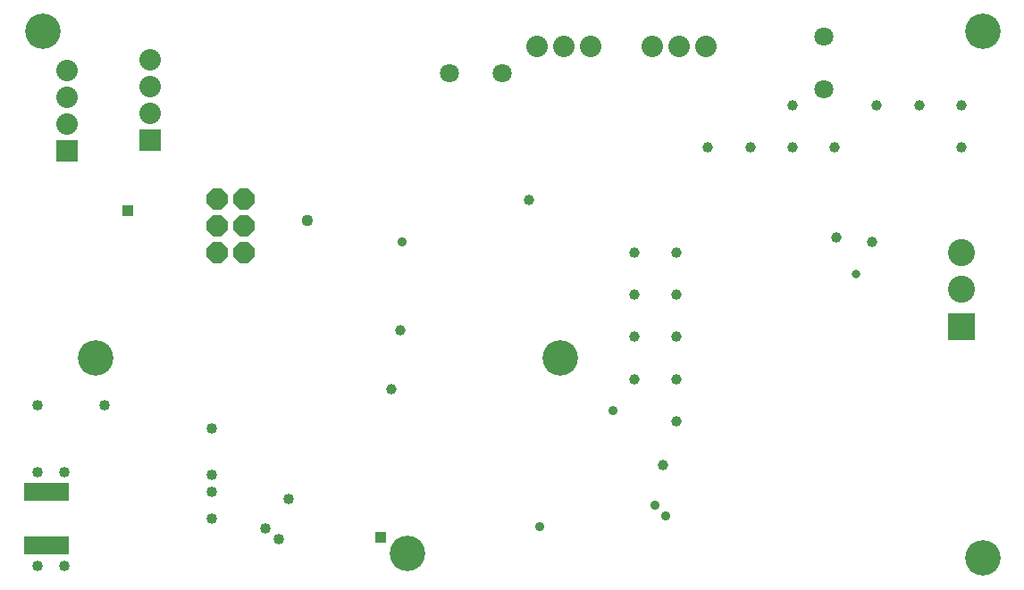
<source format=gbs>
G75*
G70*
%OFA0B0*%
%FSLAX24Y24*%
%IPPOS*%
%LPD*%
%AMOC8*
5,1,8,0,0,1.08239X$1,22.5*
%
%ADD10C,0.1320*%
%ADD11C,0.0800*%
%ADD12R,0.0800X0.0800*%
%ADD13R,0.1660X0.0660*%
%ADD14R,0.1010X0.1010*%
%ADD15C,0.1010*%
%ADD16C,0.0330*%
%ADD17C,0.0710*%
%ADD18OC8,0.0800*%
%ADD19C,0.0400*%
%ADD20C,0.0351*%
%ADD21C,0.0397*%
%ADD22R,0.0436X0.0436*%
%ADD23C,0.0357*%
%ADD24C,0.0436*%
D10*
X004695Y008418D03*
X016329Y001134D03*
X022018Y008418D03*
X037766Y000937D03*
X037766Y020622D03*
X002727Y020622D03*
D11*
X003609Y019166D03*
X003609Y018166D03*
X003609Y017166D03*
X006699Y017567D03*
X006699Y018567D03*
X006699Y019567D03*
X021132Y020056D03*
X022132Y020056D03*
X023132Y020056D03*
X025463Y020056D03*
X026463Y020056D03*
X027463Y020056D03*
D12*
X006699Y016567D03*
X003609Y016166D03*
D13*
X002854Y003402D03*
X002854Y001402D03*
D14*
X036979Y009599D03*
D15*
X036979Y010977D03*
X036979Y012355D03*
D16*
X033042Y011567D03*
D17*
X031860Y018457D03*
X031860Y020426D03*
X019853Y019048D03*
X017884Y019048D03*
D18*
X010207Y014355D03*
X009207Y014355D03*
X009207Y013355D03*
X010207Y013355D03*
X010207Y012355D03*
X009207Y012355D03*
D19*
X002514Y000662D03*
X003514Y000662D03*
X009014Y002402D03*
X009014Y003412D03*
X009014Y004037D03*
X011889Y003162D03*
X011014Y002037D03*
X011514Y001662D03*
X009014Y005787D03*
X005014Y006662D03*
X002514Y006662D03*
X002514Y004162D03*
X003514Y004162D03*
D20*
X021231Y002119D03*
X025955Y002512D03*
X023986Y006449D03*
D21*
X024774Y007630D03*
X026349Y007630D03*
X026349Y006056D03*
X025857Y004422D03*
X026349Y009205D03*
X024774Y009205D03*
X024774Y010780D03*
X026349Y010780D03*
X026349Y012355D03*
X024774Y012355D03*
X020837Y014323D03*
X027530Y016292D03*
X029105Y016292D03*
X030679Y016292D03*
X032254Y016292D03*
X030679Y017867D03*
X033829Y017867D03*
X035404Y017867D03*
X036979Y017867D03*
X036979Y016292D03*
X033632Y012748D03*
X032313Y012926D03*
X016034Y009461D03*
X015719Y007237D03*
D22*
X015325Y001725D03*
X005876Y013930D03*
D23*
X016112Y012748D03*
X025561Y002906D03*
D24*
X012569Y013536D03*
M02*

</source>
